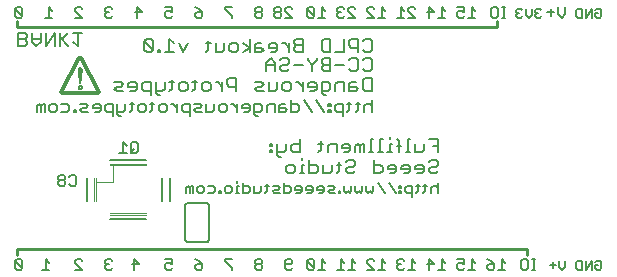
<source format=gbo>
G75*
G70*
%OFA0B0*%
%FSLAX24Y24*%
%IPPOS*%
%LPD*%
%AMOC8*
5,1,8,0,0,1.08239X$1,22.5*
%
%ADD10C,0.0050*%
%ADD11C,0.0100*%
%ADD12C,0.0060*%
%ADD13C,0.0120*%
%ADD14C,0.0025*%
D10*
X001161Y001786D02*
X001278Y001786D01*
X001336Y001845D01*
X001103Y002078D01*
X001103Y001845D01*
X001161Y001786D01*
X001336Y001845D02*
X001336Y002078D01*
X001278Y002137D01*
X001161Y002137D01*
X001103Y002078D01*
X002003Y001786D02*
X002236Y001786D01*
X002120Y001786D02*
X002120Y002137D01*
X002236Y002020D01*
X003103Y002020D02*
X003103Y002078D01*
X003161Y002137D01*
X003278Y002137D01*
X003336Y002078D01*
X003103Y002020D02*
X003336Y001786D01*
X003103Y001786D01*
X004103Y001845D02*
X004161Y001786D01*
X004278Y001786D01*
X004336Y001845D01*
X004220Y001961D02*
X004161Y001961D01*
X004103Y001903D01*
X004103Y001845D01*
X004161Y001961D02*
X004103Y002020D01*
X004103Y002078D01*
X004161Y002137D01*
X004278Y002137D01*
X004336Y002078D01*
X005003Y001961D02*
X005236Y001961D01*
X005061Y002137D01*
X005061Y001786D01*
X006103Y001845D02*
X006161Y001786D01*
X006278Y001786D01*
X006336Y001845D01*
X006336Y001961D02*
X006220Y002020D01*
X006161Y002020D01*
X006103Y001961D01*
X006103Y001845D01*
X006336Y001961D02*
X006336Y002137D01*
X006103Y002137D01*
X007103Y002137D02*
X007220Y002078D01*
X007336Y001961D01*
X007161Y001961D01*
X007103Y001903D01*
X007103Y001845D01*
X007161Y001786D01*
X007278Y001786D01*
X007336Y001845D01*
X007336Y001961D01*
X008103Y002078D02*
X008336Y001845D01*
X008336Y001786D01*
X008103Y002078D02*
X008103Y002137D01*
X008336Y002137D01*
X009103Y002078D02*
X009103Y002020D01*
X009161Y001961D01*
X009278Y001961D01*
X009336Y002020D01*
X009336Y002078D01*
X009278Y002137D01*
X009161Y002137D01*
X009103Y002078D01*
X009161Y001961D02*
X009103Y001903D01*
X009103Y001845D01*
X009161Y001786D01*
X009278Y001786D01*
X009336Y001845D01*
X009336Y001903D01*
X009278Y001961D01*
X010103Y001961D02*
X010278Y001961D01*
X010336Y002020D01*
X010336Y002078D01*
X010278Y002137D01*
X010161Y002137D01*
X010103Y002078D01*
X010103Y001845D01*
X010161Y001786D01*
X010278Y001786D01*
X010336Y001845D01*
X010834Y001845D02*
X010893Y001786D01*
X011010Y001786D01*
X011068Y001845D01*
X010834Y002078D01*
X010834Y001845D01*
X010834Y002078D02*
X010893Y002137D01*
X011010Y002137D01*
X011068Y002078D01*
X011068Y001845D01*
X011203Y001786D02*
X011436Y001786D01*
X011320Y001786D02*
X011320Y002137D01*
X011436Y002020D01*
X011834Y001786D02*
X012068Y001786D01*
X011951Y001786D02*
X011951Y002137D01*
X012068Y002020D01*
X012320Y002137D02*
X012320Y001786D01*
X012436Y001786D02*
X012203Y001786D01*
X012436Y002020D02*
X012320Y002137D01*
X012834Y002078D02*
X012893Y002137D01*
X013010Y002137D01*
X013068Y002078D01*
X012834Y002078D02*
X012834Y002020D01*
X013068Y001786D01*
X012834Y001786D01*
X013203Y001786D02*
X013436Y001786D01*
X013320Y001786D02*
X013320Y002137D01*
X013436Y002020D01*
X013834Y002020D02*
X013893Y001961D01*
X013834Y001903D01*
X013834Y001845D01*
X013893Y001786D01*
X014010Y001786D01*
X014068Y001845D01*
X014203Y001786D02*
X014436Y001786D01*
X014320Y001786D02*
X014320Y002137D01*
X014436Y002020D01*
X014068Y002078D02*
X014010Y002137D01*
X013893Y002137D01*
X013834Y002078D01*
X013834Y002020D01*
X013893Y001961D02*
X013951Y001961D01*
X014834Y001961D02*
X015068Y001961D01*
X014893Y002137D01*
X014893Y001786D01*
X015203Y001786D02*
X015436Y001786D01*
X015320Y001786D02*
X015320Y002137D01*
X015436Y002020D01*
X015834Y001961D02*
X015834Y001845D01*
X015893Y001786D01*
X016010Y001786D01*
X016068Y001845D01*
X016068Y001961D02*
X015951Y002020D01*
X015893Y002020D01*
X015834Y001961D01*
X015834Y002137D02*
X016068Y002137D01*
X016068Y001961D01*
X016320Y001786D02*
X016320Y002137D01*
X016436Y002020D01*
X016834Y002137D02*
X016951Y002078D01*
X017068Y001961D01*
X016893Y001961D01*
X016834Y001903D01*
X016834Y001845D01*
X016893Y001786D01*
X017010Y001786D01*
X017068Y001845D01*
X017068Y001961D01*
X017320Y001786D02*
X017320Y002137D01*
X017436Y002020D01*
X017436Y001786D02*
X017203Y001786D01*
X016436Y001786D02*
X016203Y001786D01*
X017957Y001845D02*
X018016Y001786D01*
X018132Y001786D01*
X018191Y001845D01*
X018191Y002078D01*
X018132Y002137D01*
X018016Y002137D01*
X017957Y002078D01*
X017957Y001845D01*
X018320Y001786D02*
X018436Y001786D01*
X018378Y001786D02*
X018378Y002137D01*
X018436Y002137D02*
X018320Y002137D01*
X018914Y001936D02*
X019114Y001936D01*
X019236Y001886D02*
X019336Y001786D01*
X019436Y001886D01*
X019436Y002086D01*
X019236Y002086D02*
X019236Y001886D01*
X019014Y001836D02*
X019014Y002036D01*
X019792Y002036D02*
X019792Y001836D01*
X019842Y001786D01*
X019992Y001786D01*
X019992Y002086D01*
X019842Y002086D01*
X019792Y002036D01*
X020114Y002086D02*
X020114Y001786D01*
X020314Y002086D01*
X020314Y001786D01*
X020436Y001836D02*
X020436Y001936D01*
X020536Y001936D01*
X020436Y001836D02*
X020486Y001786D01*
X020586Y001786D01*
X020636Y001836D01*
X020636Y002036D01*
X020586Y002086D01*
X020486Y002086D01*
X020436Y002036D01*
X015186Y004336D02*
X015186Y004687D01*
X015128Y004570D02*
X015011Y004570D01*
X014953Y004511D01*
X014953Y004336D01*
X014760Y004395D02*
X014701Y004336D01*
X014760Y004395D02*
X014760Y004628D01*
X014818Y004570D02*
X014701Y004570D01*
X014572Y004570D02*
X014456Y004570D01*
X014514Y004628D02*
X014514Y004395D01*
X014456Y004336D01*
X014327Y004336D02*
X014152Y004336D01*
X014093Y004395D01*
X014093Y004511D01*
X014152Y004570D01*
X014327Y004570D01*
X014327Y004220D01*
X013959Y004336D02*
X013959Y004395D01*
X013900Y004395D01*
X013900Y004336D01*
X013959Y004336D01*
X013774Y004336D02*
X013541Y004687D01*
X013173Y004687D02*
X013406Y004336D01*
X013038Y004395D02*
X012980Y004336D01*
X012921Y004395D01*
X012863Y004336D01*
X012804Y004395D01*
X012804Y004570D01*
X012670Y004570D02*
X012670Y004395D01*
X012611Y004336D01*
X012553Y004395D01*
X012494Y004336D01*
X012436Y004395D01*
X012436Y004570D01*
X012301Y004570D02*
X012301Y004395D01*
X012243Y004336D01*
X012185Y004395D01*
X012126Y004336D01*
X012068Y004395D01*
X012068Y004570D01*
X011933Y004395D02*
X011875Y004395D01*
X011875Y004336D01*
X011933Y004336D01*
X011933Y004395D01*
X011749Y004336D02*
X011574Y004336D01*
X011515Y004395D01*
X011574Y004453D01*
X011690Y004453D01*
X011749Y004511D01*
X011690Y004570D01*
X011515Y004570D01*
X011381Y004511D02*
X011381Y004395D01*
X011322Y004336D01*
X011205Y004336D01*
X011147Y004453D02*
X011381Y004453D01*
X011381Y004511D02*
X011322Y004570D01*
X011205Y004570D01*
X011147Y004511D01*
X011147Y004453D01*
X011012Y004453D02*
X010779Y004453D01*
X010779Y004511D01*
X010837Y004570D01*
X010954Y004570D01*
X011012Y004511D01*
X011012Y004395D01*
X010954Y004336D01*
X010837Y004336D01*
X010644Y004395D02*
X010644Y004511D01*
X010586Y004570D01*
X010469Y004570D01*
X010410Y004511D01*
X010410Y004453D01*
X010644Y004453D01*
X010644Y004395D02*
X010586Y004336D01*
X010469Y004336D01*
X010276Y004395D02*
X010276Y004511D01*
X010217Y004570D01*
X010042Y004570D01*
X010042Y004687D02*
X010042Y004336D01*
X010217Y004336D01*
X010276Y004395D01*
X009907Y004336D02*
X009732Y004336D01*
X009674Y004395D01*
X009732Y004453D01*
X009849Y004453D01*
X009907Y004511D01*
X009849Y004570D01*
X009674Y004570D01*
X009539Y004570D02*
X009422Y004570D01*
X009481Y004628D02*
X009481Y004395D01*
X009422Y004336D01*
X009293Y004395D02*
X009235Y004336D01*
X009060Y004336D01*
X009060Y004570D01*
X008925Y004511D02*
X008925Y004395D01*
X008867Y004336D01*
X008692Y004336D01*
X008692Y004687D01*
X008692Y004570D02*
X008867Y004570D01*
X008925Y004511D01*
X008557Y004570D02*
X008499Y004570D01*
X008499Y004336D01*
X008557Y004336D02*
X008440Y004336D01*
X008311Y004395D02*
X008253Y004336D01*
X008136Y004336D01*
X008078Y004395D01*
X008078Y004511D01*
X008136Y004570D01*
X008253Y004570D01*
X008311Y004511D01*
X008311Y004395D01*
X007943Y004395D02*
X007943Y004336D01*
X007885Y004336D01*
X007885Y004395D01*
X007943Y004395D01*
X007759Y004395D02*
X007701Y004336D01*
X007525Y004336D01*
X007391Y004395D02*
X007332Y004336D01*
X007215Y004336D01*
X007157Y004395D01*
X007157Y004511D01*
X007215Y004570D01*
X007332Y004570D01*
X007391Y004511D01*
X007391Y004395D01*
X007525Y004570D02*
X007701Y004570D01*
X007759Y004511D01*
X007759Y004395D01*
X008499Y004687D02*
X008499Y004745D01*
X009293Y004570D02*
X009293Y004395D01*
X007022Y004336D02*
X007022Y004570D01*
X006964Y004570D01*
X006906Y004511D01*
X006847Y004570D01*
X006789Y004511D01*
X006789Y004336D01*
X006906Y004336D02*
X006906Y004511D01*
X006239Y004839D02*
X006239Y004083D01*
X005452Y003477D02*
X004271Y003477D01*
X003483Y004083D02*
X003483Y004839D01*
X003136Y004878D02*
X003136Y004645D01*
X003078Y004586D01*
X002961Y004586D01*
X002903Y004645D01*
X002768Y004645D02*
X002710Y004586D01*
X002593Y004586D01*
X002534Y004645D01*
X002534Y004703D01*
X002593Y004761D01*
X002710Y004761D01*
X002768Y004820D01*
X002768Y004878D01*
X002710Y004937D01*
X002593Y004937D01*
X002534Y004878D01*
X002534Y004820D01*
X002593Y004761D01*
X002710Y004761D02*
X002768Y004703D01*
X002768Y004645D01*
X002903Y004878D02*
X002961Y004937D01*
X003078Y004937D01*
X003136Y004878D01*
X004271Y005446D02*
X005452Y005446D01*
X005173Y005745D02*
X005115Y005686D01*
X004998Y005686D01*
X004939Y005745D01*
X004939Y005978D01*
X004998Y006037D01*
X005115Y006037D01*
X005173Y005978D01*
X005173Y005745D01*
X005056Y005803D02*
X004939Y005686D01*
X004805Y005686D02*
X004571Y005686D01*
X004688Y005686D02*
X004688Y006037D01*
X004805Y005920D01*
X004635Y006903D02*
X004569Y006903D01*
X004502Y006970D01*
X004502Y007303D01*
X004354Y007303D02*
X004154Y007303D01*
X004087Y007236D01*
X004087Y007103D01*
X004154Y007036D01*
X004354Y007036D01*
X004354Y006903D02*
X004354Y007303D01*
X004502Y007036D02*
X004702Y007036D01*
X004769Y007103D01*
X004769Y007303D01*
X004911Y007303D02*
X005045Y007303D01*
X004978Y007370D02*
X004978Y007103D01*
X004911Y007036D01*
X005192Y007103D02*
X005192Y007236D01*
X005259Y007303D01*
X005393Y007303D01*
X005459Y007236D01*
X005459Y007103D01*
X005393Y007036D01*
X005259Y007036D01*
X005192Y007103D01*
X005602Y007036D02*
X005669Y007103D01*
X005669Y007370D01*
X005735Y007303D02*
X005602Y007303D01*
X005883Y007236D02*
X005950Y007303D01*
X006083Y007303D01*
X006150Y007236D01*
X006150Y007103D01*
X006083Y007036D01*
X005950Y007036D01*
X005883Y007103D01*
X005883Y007236D01*
X006295Y007303D02*
X006362Y007303D01*
X006495Y007170D01*
X006495Y007303D02*
X006495Y007036D01*
X006643Y007103D02*
X006643Y007236D01*
X006709Y007303D01*
X006909Y007303D01*
X006909Y006903D01*
X006909Y007036D02*
X006709Y007036D01*
X006643Y007103D01*
X007057Y007103D02*
X007124Y007170D01*
X007257Y007170D01*
X007324Y007236D01*
X007257Y007303D01*
X007057Y007303D01*
X007057Y007103D02*
X007124Y007036D01*
X007324Y007036D01*
X007471Y007036D02*
X007471Y007303D01*
X007738Y007303D02*
X007738Y007103D01*
X007671Y007036D01*
X007471Y007036D01*
X007886Y007103D02*
X007886Y007236D01*
X007952Y007303D01*
X008086Y007303D01*
X008152Y007236D01*
X008152Y007103D01*
X008086Y007036D01*
X007952Y007036D01*
X007886Y007103D01*
X008298Y007303D02*
X008364Y007303D01*
X008498Y007170D01*
X008498Y007303D02*
X008498Y007036D01*
X008645Y007170D02*
X008912Y007170D01*
X008912Y007236D02*
X008845Y007303D01*
X008712Y007303D01*
X008645Y007236D01*
X008645Y007170D01*
X008712Y007036D02*
X008845Y007036D01*
X008912Y007103D01*
X008912Y007236D01*
X009059Y007303D02*
X009260Y007303D01*
X009326Y007236D01*
X009326Y007103D01*
X009260Y007036D01*
X009059Y007036D01*
X009059Y006970D02*
X009059Y007303D01*
X009474Y007236D02*
X009474Y007036D01*
X009474Y007236D02*
X009541Y007303D01*
X009741Y007303D01*
X009741Y007036D01*
X009888Y007036D02*
X009888Y007236D01*
X009955Y007303D01*
X010088Y007303D01*
X010088Y007170D02*
X009888Y007170D01*
X009888Y007036D02*
X010088Y007036D01*
X010155Y007103D01*
X010088Y007170D01*
X010302Y007303D02*
X010503Y007303D01*
X010569Y007236D01*
X010569Y007103D01*
X010503Y007036D01*
X010302Y007036D01*
X010302Y007437D01*
X010717Y007437D02*
X010984Y007036D01*
X011398Y007036D02*
X011131Y007437D01*
X011538Y007303D02*
X011538Y007236D01*
X011605Y007236D01*
X011605Y007303D01*
X011538Y007303D01*
X011753Y007236D02*
X011753Y007103D01*
X011819Y007036D01*
X012019Y007036D01*
X012019Y006903D02*
X012019Y007303D01*
X011819Y007303D01*
X011753Y007236D01*
X011605Y007103D02*
X011605Y007036D01*
X011538Y007036D01*
X011538Y007103D01*
X011605Y007103D01*
X012162Y007036D02*
X012229Y007103D01*
X012229Y007370D01*
X012296Y007303D02*
X012162Y007303D01*
X012439Y007303D02*
X012572Y007303D01*
X012505Y007370D02*
X012505Y007103D01*
X012439Y007036D01*
X012719Y007036D02*
X012719Y007236D01*
X012786Y007303D01*
X012920Y007303D01*
X012986Y007236D01*
X012986Y007036D02*
X012986Y007437D01*
X009193Y006903D02*
X009126Y006903D01*
X009059Y006970D01*
X013038Y004570D02*
X013038Y004395D01*
X013900Y004511D02*
X013959Y004511D01*
X013959Y004570D01*
X013900Y004570D01*
X013900Y004511D01*
X015128Y004570D02*
X015186Y004511D01*
X015203Y010186D02*
X015436Y010186D01*
X015320Y010186D02*
X015320Y010537D01*
X015436Y010420D01*
X015068Y010361D02*
X014834Y010361D01*
X014893Y010186D02*
X014893Y010537D01*
X015068Y010361D01*
X014436Y010478D02*
X014378Y010537D01*
X014261Y010537D01*
X014203Y010478D01*
X014203Y010420D01*
X014436Y010186D01*
X014203Y010186D01*
X014068Y010186D02*
X013834Y010186D01*
X013951Y010186D02*
X013951Y010537D01*
X014068Y010420D01*
X013436Y010420D02*
X013320Y010537D01*
X013320Y010186D01*
X013436Y010186D02*
X013203Y010186D01*
X013068Y010186D02*
X012834Y010420D01*
X012834Y010478D01*
X012893Y010537D01*
X013010Y010537D01*
X013068Y010478D01*
X013068Y010186D02*
X012834Y010186D01*
X012436Y010186D02*
X012203Y010420D01*
X012203Y010478D01*
X012261Y010537D01*
X012378Y010537D01*
X012436Y010478D01*
X012436Y010186D02*
X012203Y010186D01*
X012068Y010245D02*
X012010Y010186D01*
X011893Y010186D01*
X011834Y010245D01*
X011834Y010303D01*
X011893Y010361D01*
X011951Y010361D01*
X011893Y010361D02*
X011834Y010420D01*
X011834Y010478D01*
X011893Y010537D01*
X012010Y010537D01*
X012068Y010478D01*
X011436Y010420D02*
X011320Y010537D01*
X011320Y010186D01*
X011436Y010186D02*
X011203Y010186D01*
X011068Y010245D02*
X010834Y010478D01*
X010834Y010245D01*
X010893Y010186D01*
X011010Y010186D01*
X011068Y010245D01*
X011068Y010478D01*
X011010Y010537D01*
X010893Y010537D01*
X010834Y010478D01*
X010336Y010478D02*
X010278Y010537D01*
X010161Y010537D01*
X010103Y010478D01*
X010103Y010420D01*
X010336Y010186D01*
X010103Y010186D01*
X009968Y010245D02*
X009968Y010303D01*
X009910Y010361D01*
X009793Y010361D01*
X009734Y010303D01*
X009734Y010245D01*
X009793Y010186D01*
X009910Y010186D01*
X009968Y010245D01*
X009910Y010361D02*
X009968Y010420D01*
X009968Y010478D01*
X009910Y010537D01*
X009793Y010537D01*
X009734Y010478D01*
X009734Y010420D01*
X009793Y010361D01*
X009336Y010303D02*
X009278Y010361D01*
X009161Y010361D01*
X009103Y010303D01*
X009103Y010245D01*
X009161Y010186D01*
X009278Y010186D01*
X009336Y010245D01*
X009336Y010303D01*
X009278Y010361D02*
X009336Y010420D01*
X009336Y010478D01*
X009278Y010537D01*
X009161Y010537D01*
X009103Y010478D01*
X009103Y010420D01*
X009161Y010361D01*
X008336Y010245D02*
X008336Y010186D01*
X008336Y010245D02*
X008103Y010478D01*
X008103Y010537D01*
X008336Y010537D01*
X007336Y010361D02*
X007336Y010245D01*
X007278Y010186D01*
X007161Y010186D01*
X007103Y010245D01*
X007103Y010303D01*
X007161Y010361D01*
X007336Y010361D01*
X007220Y010478D01*
X007103Y010537D01*
X006336Y010537D02*
X006336Y010361D01*
X006220Y010420D01*
X006161Y010420D01*
X006103Y010361D01*
X006103Y010245D01*
X006161Y010186D01*
X006278Y010186D01*
X006336Y010245D01*
X006336Y010537D02*
X006103Y010537D01*
X005336Y010361D02*
X005103Y010361D01*
X005161Y010186D02*
X005161Y010537D01*
X005336Y010361D01*
X004336Y010245D02*
X004278Y010186D01*
X004161Y010186D01*
X004103Y010245D01*
X004103Y010303D01*
X004161Y010361D01*
X004220Y010361D01*
X004161Y010361D02*
X004103Y010420D01*
X004103Y010478D01*
X004161Y010537D01*
X004278Y010537D01*
X004336Y010478D01*
X003336Y010478D02*
X003278Y010537D01*
X003161Y010537D01*
X003103Y010478D01*
X003103Y010420D01*
X003336Y010186D01*
X003103Y010186D01*
X002336Y010186D02*
X002103Y010186D01*
X002220Y010186D02*
X002220Y010537D01*
X002336Y010420D01*
X001336Y010478D02*
X001336Y010245D01*
X001103Y010478D01*
X001103Y010245D01*
X001161Y010186D01*
X001278Y010186D01*
X001336Y010245D01*
X001336Y010478D02*
X001278Y010537D01*
X001161Y010537D01*
X001103Y010478D01*
X003212Y008452D02*
X003261Y008009D01*
X003310Y008452D01*
X003212Y008452D01*
X003216Y008414D02*
X003306Y008414D01*
X003301Y008365D02*
X003222Y008365D01*
X003227Y008317D02*
X003295Y008317D01*
X003290Y008268D02*
X003232Y008268D01*
X003238Y008219D02*
X003285Y008219D01*
X003279Y008171D02*
X003243Y008171D01*
X003249Y008122D02*
X003274Y008122D01*
X003268Y008074D02*
X003254Y008074D01*
X003259Y008025D02*
X003263Y008025D01*
X003212Y007861D02*
X003214Y007874D01*
X003219Y007886D01*
X003228Y007897D01*
X003238Y007905D01*
X003251Y007909D01*
X003264Y007910D01*
X003277Y007907D01*
X003289Y007901D01*
X003299Y007892D01*
X003306Y007881D01*
X003310Y007868D01*
X003310Y007854D01*
X003306Y007841D01*
X003299Y007830D01*
X003289Y007821D01*
X003277Y007815D01*
X003264Y007812D01*
X003251Y007813D01*
X003238Y007817D01*
X003228Y007825D01*
X003219Y007836D01*
X003214Y007848D01*
X003212Y007861D01*
X003259Y007303D02*
X003459Y007303D01*
X003526Y007236D01*
X003459Y007170D01*
X003326Y007170D01*
X003259Y007103D01*
X003326Y007036D01*
X003526Y007036D01*
X003673Y007170D02*
X003940Y007170D01*
X003940Y007236D02*
X003873Y007303D01*
X003740Y007303D01*
X003673Y007236D01*
X003673Y007170D01*
X003740Y007036D02*
X003873Y007036D01*
X003940Y007103D01*
X003940Y007236D01*
X003111Y007103D02*
X003045Y007103D01*
X003045Y007036D01*
X003111Y007036D01*
X003111Y007103D01*
X002904Y007103D02*
X002904Y007236D01*
X002838Y007303D01*
X002637Y007303D01*
X002490Y007236D02*
X002490Y007103D01*
X002423Y007036D01*
X002290Y007036D01*
X002223Y007103D01*
X002223Y007236D01*
X002290Y007303D01*
X002423Y007303D01*
X002490Y007236D01*
X002637Y007036D02*
X002838Y007036D01*
X002904Y007103D01*
X002076Y007036D02*
X002076Y007303D01*
X002009Y007303D01*
X001942Y007236D01*
X001875Y007303D01*
X001809Y007236D01*
X001809Y007036D01*
X001942Y007036D02*
X001942Y007236D01*
X003212Y008452D02*
X003214Y008465D01*
X003219Y008476D01*
X003226Y008487D01*
X003237Y008494D01*
X003248Y008499D01*
X003261Y008501D01*
X003274Y008499D01*
X003286Y008494D01*
X003296Y008487D01*
X003303Y008476D01*
X003308Y008465D01*
X003310Y008452D01*
X015834Y010245D02*
X015893Y010186D01*
X016010Y010186D01*
X016068Y010245D01*
X016068Y010361D02*
X015951Y010420D01*
X015893Y010420D01*
X015834Y010361D01*
X015834Y010245D01*
X016068Y010361D02*
X016068Y010537D01*
X015834Y010537D01*
X016320Y010537D02*
X016320Y010186D01*
X016436Y010186D02*
X016203Y010186D01*
X016436Y010420D02*
X016320Y010537D01*
X016957Y010478D02*
X016957Y010245D01*
X017016Y010186D01*
X017132Y010186D01*
X017191Y010245D01*
X017191Y010478D01*
X017132Y010537D01*
X017016Y010537D01*
X016957Y010478D01*
X017016Y010537D01*
X017132Y010537D01*
X017191Y010478D01*
X017191Y010245D01*
X017132Y010186D01*
X017016Y010186D01*
X016957Y010245D01*
X016957Y010478D01*
X017320Y010537D02*
X017436Y010537D01*
X017320Y010537D01*
X017378Y010537D02*
X017378Y010186D01*
X017378Y010537D01*
X017792Y010436D02*
X017792Y010386D01*
X017842Y010336D01*
X017792Y010286D01*
X017792Y010236D01*
X017842Y010186D01*
X017942Y010186D01*
X017992Y010236D01*
X018114Y010286D02*
X018114Y010486D01*
X017992Y010436D02*
X017942Y010486D01*
X017842Y010486D01*
X017792Y010436D01*
X017842Y010336D02*
X017892Y010336D01*
X018114Y010286D02*
X018214Y010186D01*
X018314Y010286D01*
X018314Y010486D01*
X018436Y010436D02*
X018436Y010386D01*
X018486Y010336D01*
X018436Y010286D01*
X018436Y010236D01*
X018486Y010186D01*
X018586Y010186D01*
X018636Y010236D01*
X018536Y010336D02*
X018486Y010336D01*
X018436Y010436D02*
X018486Y010486D01*
X018586Y010486D01*
X018636Y010436D01*
X018834Y010361D02*
X019068Y010361D01*
X019203Y010303D02*
X019203Y010537D01*
X019436Y010537D02*
X019436Y010303D01*
X019320Y010186D01*
X019203Y010303D01*
X018951Y010245D02*
X018951Y010478D01*
X019792Y010436D02*
X019792Y010236D01*
X019842Y010186D01*
X019992Y010186D01*
X019992Y010486D01*
X019842Y010486D01*
X019792Y010436D01*
X020114Y010486D02*
X020114Y010186D01*
X020314Y010486D01*
X020314Y010186D01*
X020436Y010236D02*
X020436Y010336D01*
X020536Y010336D01*
X020436Y010236D02*
X020486Y010186D01*
X020586Y010186D01*
X020636Y010236D01*
X020636Y010436D01*
X020586Y010486D01*
X020486Y010486D01*
X020436Y010436D01*
X017436Y010186D02*
X017320Y010186D01*
X017436Y010186D01*
D11*
X017161Y010061D02*
X017161Y009861D01*
X001161Y009861D01*
X001161Y010061D01*
X001161Y002461D02*
X018161Y002461D01*
X018161Y002261D01*
X001161Y002261D02*
X001161Y002461D01*
D12*
X006761Y002811D02*
X006761Y003911D01*
X006763Y003928D01*
X006767Y003945D01*
X006774Y003961D01*
X006784Y003975D01*
X006797Y003988D01*
X006811Y003998D01*
X006827Y004005D01*
X006844Y004009D01*
X006861Y004011D01*
X007461Y004011D01*
X007478Y004009D01*
X007495Y004005D01*
X007511Y003998D01*
X007525Y003988D01*
X007538Y003975D01*
X007548Y003961D01*
X007555Y003945D01*
X007559Y003928D01*
X007561Y003911D01*
X007561Y002811D01*
X007559Y002794D01*
X007555Y002777D01*
X007548Y002761D01*
X007538Y002747D01*
X007525Y002734D01*
X007511Y002724D01*
X007495Y002717D01*
X007478Y002713D01*
X007461Y002711D01*
X006861Y002711D01*
X006844Y002713D01*
X006827Y002717D01*
X006811Y002724D01*
X006797Y002734D01*
X006784Y002747D01*
X006774Y002761D01*
X006767Y002777D01*
X006763Y002794D01*
X006761Y002811D01*
X010131Y005065D02*
X010131Y005211D01*
X010204Y005285D01*
X010351Y005285D01*
X010424Y005211D01*
X010424Y005065D01*
X010351Y004991D01*
X010204Y004991D01*
X010131Y005065D01*
X010584Y004991D02*
X010731Y004991D01*
X010658Y004991D02*
X010658Y005285D01*
X010731Y005285D01*
X010658Y005432D02*
X010658Y005505D01*
X010578Y005691D02*
X010358Y005691D01*
X010284Y005765D01*
X010284Y005911D01*
X010358Y005985D01*
X010578Y005985D01*
X010578Y006132D02*
X010578Y005691D01*
X010898Y005432D02*
X010898Y004991D01*
X011118Y004991D01*
X011192Y005065D01*
X011192Y005211D01*
X011118Y005285D01*
X010898Y005285D01*
X011358Y005285D02*
X011358Y004991D01*
X011579Y004991D01*
X011652Y005065D01*
X011652Y005285D01*
X011812Y005285D02*
X011959Y005285D01*
X011885Y005358D02*
X011885Y005065D01*
X011812Y004991D01*
X012126Y005065D02*
X012199Y004991D01*
X012346Y004991D01*
X012419Y005065D01*
X012346Y005211D02*
X012199Y005211D01*
X012126Y005138D01*
X012126Y005065D01*
X012346Y005211D02*
X012419Y005285D01*
X012419Y005358D01*
X012346Y005432D01*
X012199Y005432D01*
X012126Y005358D01*
X012192Y005691D02*
X012046Y005691D01*
X012192Y005691D02*
X012266Y005765D01*
X012266Y005911D01*
X012192Y005985D01*
X012046Y005985D01*
X011972Y005911D01*
X011972Y005838D01*
X012266Y005838D01*
X012433Y005911D02*
X012433Y005691D01*
X012579Y005691D02*
X012579Y005911D01*
X012506Y005985D01*
X012433Y005911D01*
X012579Y005911D02*
X012653Y005985D01*
X012726Y005985D01*
X012726Y005691D01*
X012886Y005691D02*
X013033Y005691D01*
X012960Y005691D02*
X012960Y006132D01*
X013033Y006132D01*
X013266Y006132D02*
X013266Y005691D01*
X013193Y005691D02*
X013340Y005691D01*
X013500Y005691D02*
X013647Y005691D01*
X013573Y005691D02*
X013573Y005985D01*
X013647Y005985D01*
X013573Y006132D02*
X013573Y006205D01*
X013340Y006132D02*
X013266Y006132D01*
X013807Y006132D02*
X013880Y006058D01*
X013880Y005691D01*
X014114Y005691D02*
X014261Y005691D01*
X014187Y005691D02*
X014187Y006132D01*
X014261Y006132D01*
X014427Y005985D02*
X014427Y005691D01*
X014648Y005691D01*
X014721Y005765D01*
X014721Y005985D01*
X014888Y006132D02*
X015181Y006132D01*
X015181Y005691D01*
X015181Y005911D02*
X015034Y005911D01*
X014961Y005432D02*
X014888Y005358D01*
X014961Y005432D02*
X015108Y005432D01*
X015181Y005358D01*
X015181Y005285D01*
X015108Y005211D01*
X014961Y005211D01*
X014888Y005138D01*
X014888Y005065D01*
X014961Y004991D01*
X015108Y004991D01*
X015181Y005065D01*
X014721Y005065D02*
X014721Y005211D01*
X014648Y005285D01*
X014501Y005285D01*
X014427Y005211D01*
X014427Y005138D01*
X014721Y005138D01*
X014721Y005065D02*
X014648Y004991D01*
X014501Y004991D01*
X014261Y005065D02*
X014261Y005211D01*
X014187Y005285D01*
X014040Y005285D01*
X013967Y005211D01*
X013967Y005138D01*
X014261Y005138D01*
X014261Y005065D02*
X014187Y004991D01*
X014040Y004991D01*
X013800Y005065D02*
X013800Y005211D01*
X013727Y005285D01*
X013580Y005285D01*
X013507Y005211D01*
X013507Y005138D01*
X013800Y005138D01*
X013800Y005065D02*
X013727Y004991D01*
X013580Y004991D01*
X013340Y005065D02*
X013340Y005211D01*
X013266Y005285D01*
X013046Y005285D01*
X013046Y005432D02*
X013046Y004991D01*
X013266Y004991D01*
X013340Y005065D01*
X013807Y005911D02*
X013954Y005911D01*
X011805Y005985D02*
X011805Y005691D01*
X011512Y005691D02*
X011512Y005911D01*
X011585Y005985D01*
X011805Y005985D01*
X011345Y005985D02*
X011198Y005985D01*
X011272Y006058D02*
X011272Y005765D01*
X011198Y005691D01*
X010117Y005765D02*
X010044Y005691D01*
X009824Y005691D01*
X009824Y005618D02*
X009897Y005544D01*
X009971Y005544D01*
X009824Y005618D02*
X009824Y005985D01*
X009657Y005985D02*
X009657Y005911D01*
X009584Y005911D01*
X009584Y005985D01*
X009657Y005985D01*
X009657Y005765D02*
X009584Y005765D01*
X009584Y005691D01*
X009657Y005691D01*
X009657Y005765D01*
X010117Y005765D02*
X010117Y005985D01*
X011380Y007594D02*
X011307Y007668D01*
X011307Y008035D01*
X011527Y008035D01*
X011600Y007961D01*
X011600Y007815D01*
X011527Y007741D01*
X011307Y007741D01*
X011380Y007594D02*
X011453Y007594D01*
X011140Y007815D02*
X011140Y007961D01*
X011066Y008035D01*
X010920Y008035D01*
X010846Y007961D01*
X010846Y007888D01*
X011140Y007888D01*
X011140Y007815D02*
X011066Y007741D01*
X010920Y007741D01*
X010679Y007741D02*
X010679Y008035D01*
X010533Y008035D02*
X010679Y007888D01*
X010533Y008035D02*
X010459Y008035D01*
X010296Y007961D02*
X010296Y007815D01*
X010222Y007741D01*
X010076Y007741D01*
X010002Y007815D01*
X010002Y007961D01*
X010076Y008035D01*
X010222Y008035D01*
X010296Y007961D01*
X009836Y008035D02*
X009836Y007815D01*
X009762Y007741D01*
X009542Y007741D01*
X009542Y008035D01*
X009375Y007961D02*
X009302Y008035D01*
X009082Y008035D01*
X009155Y007888D02*
X009302Y007888D01*
X009375Y007961D01*
X009375Y007741D02*
X009155Y007741D01*
X009082Y007815D01*
X009155Y007888D01*
X009465Y008391D02*
X009465Y008685D01*
X009612Y008832D01*
X009759Y008685D01*
X009759Y008391D01*
X009926Y008465D02*
X009999Y008391D01*
X010146Y008391D01*
X010219Y008465D01*
X010146Y008611D02*
X009999Y008611D01*
X009926Y008538D01*
X009926Y008465D01*
X009759Y008611D02*
X009465Y008611D01*
X009926Y008758D02*
X009999Y008832D01*
X010146Y008832D01*
X010219Y008758D01*
X010219Y008685D01*
X010146Y008611D01*
X010386Y008611D02*
X010679Y008611D01*
X010846Y008758D02*
X010846Y008832D01*
X010846Y008758D02*
X010993Y008611D01*
X010993Y008391D01*
X010993Y008611D02*
X011140Y008758D01*
X011140Y008832D01*
X011307Y008758D02*
X011307Y008685D01*
X011380Y008611D01*
X011600Y008611D01*
X011767Y008611D02*
X012061Y008611D01*
X012227Y008465D02*
X012301Y008391D01*
X012448Y008391D01*
X012521Y008465D01*
X012521Y008758D01*
X012448Y008832D01*
X012301Y008832D01*
X012227Y008758D01*
X012061Y009041D02*
X011767Y009041D01*
X011600Y009041D02*
X011380Y009041D01*
X011307Y009115D01*
X011307Y009408D01*
X011380Y009482D01*
X011600Y009482D01*
X011600Y009041D01*
X011600Y008832D02*
X011380Y008832D01*
X011307Y008758D01*
X011380Y008611D02*
X011307Y008538D01*
X011307Y008465D01*
X011380Y008391D01*
X011600Y008391D01*
X011600Y008832D01*
X012061Y009041D02*
X012061Y009482D01*
X012227Y009408D02*
X012227Y009261D01*
X012301Y009188D01*
X012521Y009188D01*
X012521Y009041D02*
X012521Y009482D01*
X012301Y009482D01*
X012227Y009408D01*
X012688Y009408D02*
X012761Y009482D01*
X012908Y009482D01*
X012981Y009408D01*
X012981Y009115D01*
X012908Y009041D01*
X012761Y009041D01*
X012688Y009115D01*
X012761Y008832D02*
X012908Y008832D01*
X012981Y008758D01*
X012981Y008465D01*
X012908Y008391D01*
X012761Y008391D01*
X012688Y008465D01*
X012761Y008182D02*
X012981Y008182D01*
X012981Y007741D01*
X012761Y007741D01*
X012688Y007815D01*
X012688Y008108D01*
X012761Y008182D01*
X012448Y008035D02*
X012301Y008035D01*
X012227Y007961D01*
X012227Y007741D01*
X012448Y007741D01*
X012521Y007815D01*
X012448Y007888D01*
X012227Y007888D01*
X012061Y007741D02*
X012061Y008035D01*
X011840Y008035D01*
X011767Y007961D01*
X011767Y007741D01*
X012688Y008758D02*
X012761Y008832D01*
X010679Y009041D02*
X010459Y009041D01*
X010386Y009115D01*
X010386Y009188D01*
X010459Y009261D01*
X010679Y009261D01*
X010459Y009261D02*
X010386Y009335D01*
X010386Y009408D01*
X010459Y009482D01*
X010679Y009482D01*
X010679Y009041D01*
X010219Y009041D02*
X010219Y009335D01*
X010072Y009335D02*
X009999Y009335D01*
X010072Y009335D02*
X010219Y009188D01*
X009836Y009188D02*
X009542Y009188D01*
X009542Y009261D01*
X009615Y009335D01*
X009762Y009335D01*
X009836Y009261D01*
X009836Y009115D01*
X009762Y009041D01*
X009615Y009041D01*
X009375Y009115D02*
X009302Y009041D01*
X009082Y009041D01*
X009082Y009261D01*
X009155Y009335D01*
X009302Y009335D01*
X009302Y009188D02*
X009082Y009188D01*
X008915Y009188D02*
X008695Y009335D01*
X008531Y009261D02*
X008531Y009115D01*
X008458Y009041D01*
X008311Y009041D01*
X008238Y009115D01*
X008238Y009261D01*
X008311Y009335D01*
X008458Y009335D01*
X008531Y009261D01*
X008695Y009041D02*
X008915Y009188D01*
X008915Y009041D02*
X008915Y009482D01*
X009302Y009188D02*
X009375Y009115D01*
X008071Y009115D02*
X007997Y009041D01*
X007777Y009041D01*
X007777Y009335D01*
X007610Y009335D02*
X007464Y009335D01*
X007537Y009408D02*
X007537Y009115D01*
X007464Y009041D01*
X008071Y009115D02*
X008071Y009335D01*
X006843Y009335D02*
X006696Y009041D01*
X006550Y009335D01*
X006383Y009335D02*
X006236Y009482D01*
X006236Y009041D01*
X006383Y009041D02*
X006089Y009041D01*
X005923Y009041D02*
X005923Y009115D01*
X005849Y009115D01*
X005849Y009041D01*
X005923Y009041D01*
X005692Y009115D02*
X005399Y009408D01*
X005399Y009115D01*
X005472Y009041D01*
X005619Y009041D01*
X005692Y009115D01*
X005692Y009408D01*
X005619Y009482D01*
X005472Y009482D01*
X005399Y009408D01*
X005395Y008035D02*
X005322Y007961D01*
X005322Y007815D01*
X005395Y007741D01*
X005616Y007741D01*
X005616Y007594D02*
X005616Y008035D01*
X005395Y008035D01*
X005155Y007961D02*
X005082Y008035D01*
X004935Y008035D01*
X004862Y007961D01*
X004862Y007888D01*
X005155Y007888D01*
X005155Y007815D02*
X005155Y007961D01*
X005155Y007815D02*
X005082Y007741D01*
X004935Y007741D01*
X004695Y007741D02*
X004475Y007741D01*
X004401Y007815D01*
X004475Y007888D01*
X004622Y007888D01*
X004695Y007961D01*
X004622Y008035D01*
X004401Y008035D01*
X005782Y008035D02*
X005782Y007668D01*
X005856Y007594D01*
X005929Y007594D01*
X006003Y007741D02*
X005782Y007741D01*
X006003Y007741D02*
X006076Y007815D01*
X006076Y008035D01*
X006236Y008035D02*
X006383Y008035D01*
X006309Y008108D02*
X006309Y007815D01*
X006236Y007741D01*
X006550Y007815D02*
X006550Y007961D01*
X006623Y008035D01*
X006770Y008035D01*
X006843Y007961D01*
X006843Y007815D01*
X006770Y007741D01*
X006623Y007741D01*
X006550Y007815D01*
X007003Y007741D02*
X007077Y007815D01*
X007077Y008108D01*
X007150Y008035D02*
X007003Y008035D01*
X007317Y007961D02*
X007317Y007815D01*
X007390Y007741D01*
X007537Y007741D01*
X007610Y007815D01*
X007610Y007961D01*
X007537Y008035D01*
X007390Y008035D01*
X007317Y007961D01*
X007774Y008035D02*
X007847Y008035D01*
X007994Y007888D01*
X007994Y007741D02*
X007994Y008035D01*
X008161Y008108D02*
X008161Y007961D01*
X008234Y007888D01*
X008454Y007888D01*
X008454Y007741D02*
X008454Y008182D01*
X008234Y008182D01*
X008161Y008108D01*
X003326Y009681D02*
X003033Y009681D01*
X003179Y009681D02*
X003179Y009241D01*
X003033Y009388D01*
X002866Y009241D02*
X002572Y009534D01*
X002646Y009461D02*
X002866Y009681D01*
X002572Y009681D02*
X002572Y009241D01*
X002406Y009241D02*
X002406Y009681D01*
X002112Y009241D01*
X002112Y009681D01*
X001945Y009681D02*
X001945Y009388D01*
X001798Y009241D01*
X001652Y009388D01*
X001652Y009681D01*
X001485Y009608D02*
X001411Y009681D01*
X001191Y009681D01*
X001191Y009241D01*
X001411Y009241D01*
X001485Y009314D01*
X001485Y009388D01*
X001411Y009461D01*
X001191Y009461D01*
X001411Y009461D02*
X001485Y009534D01*
X001485Y009608D01*
X001652Y009461D02*
X001945Y009461D01*
D13*
X003237Y008846D02*
X003286Y008846D01*
X003901Y007714D01*
X003852Y007664D01*
X002671Y007664D01*
X002621Y007714D01*
X003237Y008846D01*
D14*
X004271Y005299D02*
X005452Y005299D01*
X005452Y005264D02*
X004361Y005264D01*
X004361Y004711D01*
X003776Y004711D01*
X003776Y004083D01*
X003724Y004083D02*
X003724Y004839D01*
X003776Y004839D02*
X003776Y004711D01*
X004271Y005264D02*
X004361Y005264D01*
X005946Y004839D02*
X005946Y004083D01*
X005998Y004083D02*
X005998Y004839D01*
X005452Y003658D02*
X004271Y003658D01*
X004271Y003624D02*
X005452Y003624D01*
M02*

</source>
